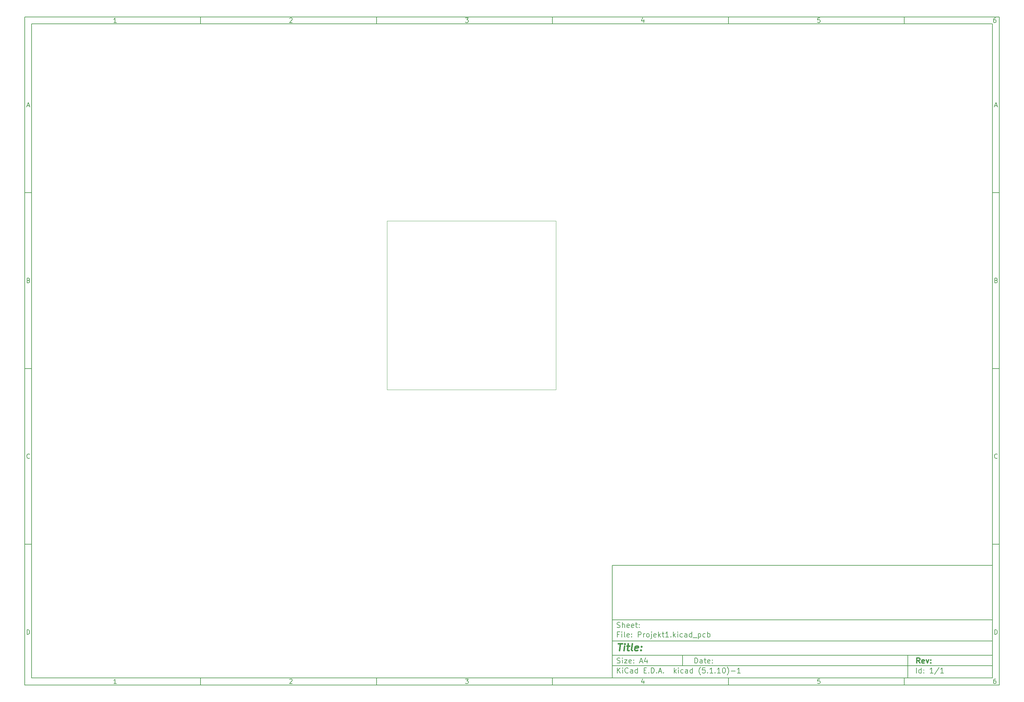
<source format=gbr>
%TF.GenerationSoftware,KiCad,Pcbnew,(5.1.10)-1*%
%TF.CreationDate,2021-11-12T10:04:19+01:00*%
%TF.ProjectId,Projekt1,50726f6a-656b-4743-912e-6b696361645f,rev?*%
%TF.SameCoordinates,Original*%
%TF.FileFunction,Profile,NP*%
%FSLAX46Y46*%
G04 Gerber Fmt 4.6, Leading zero omitted, Abs format (unit mm)*
G04 Created by KiCad (PCBNEW (5.1.10)-1) date 2021-11-12 10:04:19*
%MOMM*%
%LPD*%
G01*
G04 APERTURE LIST*
%ADD10C,0.100000*%
%ADD11C,0.150000*%
%ADD12C,0.300000*%
%ADD13C,0.400000*%
%TA.AperFunction,Profile*%
%ADD14C,0.050000*%
%TD*%
G04 APERTURE END LIST*
D10*
D11*
X177002200Y-166007200D02*
X177002200Y-198007200D01*
X285002200Y-198007200D01*
X285002200Y-166007200D01*
X177002200Y-166007200D01*
D10*
D11*
X10000000Y-10000000D02*
X10000000Y-200007200D01*
X287002200Y-200007200D01*
X287002200Y-10000000D01*
X10000000Y-10000000D01*
D10*
D11*
X12000000Y-12000000D02*
X12000000Y-198007200D01*
X285002200Y-198007200D01*
X285002200Y-12000000D01*
X12000000Y-12000000D01*
D10*
D11*
X60000000Y-12000000D02*
X60000000Y-10000000D01*
D10*
D11*
X110000000Y-12000000D02*
X110000000Y-10000000D01*
D10*
D11*
X160000000Y-12000000D02*
X160000000Y-10000000D01*
D10*
D11*
X210000000Y-12000000D02*
X210000000Y-10000000D01*
D10*
D11*
X260000000Y-12000000D02*
X260000000Y-10000000D01*
D10*
D11*
X36065476Y-11588095D02*
X35322619Y-11588095D01*
X35694047Y-11588095D02*
X35694047Y-10288095D01*
X35570238Y-10473809D01*
X35446428Y-10597619D01*
X35322619Y-10659523D01*
D10*
D11*
X85322619Y-10411904D02*
X85384523Y-10350000D01*
X85508333Y-10288095D01*
X85817857Y-10288095D01*
X85941666Y-10350000D01*
X86003571Y-10411904D01*
X86065476Y-10535714D01*
X86065476Y-10659523D01*
X86003571Y-10845238D01*
X85260714Y-11588095D01*
X86065476Y-11588095D01*
D10*
D11*
X135260714Y-10288095D02*
X136065476Y-10288095D01*
X135632142Y-10783333D01*
X135817857Y-10783333D01*
X135941666Y-10845238D01*
X136003571Y-10907142D01*
X136065476Y-11030952D01*
X136065476Y-11340476D01*
X136003571Y-11464285D01*
X135941666Y-11526190D01*
X135817857Y-11588095D01*
X135446428Y-11588095D01*
X135322619Y-11526190D01*
X135260714Y-11464285D01*
D10*
D11*
X185941666Y-10721428D02*
X185941666Y-11588095D01*
X185632142Y-10226190D02*
X185322619Y-11154761D01*
X186127380Y-11154761D01*
D10*
D11*
X236003571Y-10288095D02*
X235384523Y-10288095D01*
X235322619Y-10907142D01*
X235384523Y-10845238D01*
X235508333Y-10783333D01*
X235817857Y-10783333D01*
X235941666Y-10845238D01*
X236003571Y-10907142D01*
X236065476Y-11030952D01*
X236065476Y-11340476D01*
X236003571Y-11464285D01*
X235941666Y-11526190D01*
X235817857Y-11588095D01*
X235508333Y-11588095D01*
X235384523Y-11526190D01*
X235322619Y-11464285D01*
D10*
D11*
X285941666Y-10288095D02*
X285694047Y-10288095D01*
X285570238Y-10350000D01*
X285508333Y-10411904D01*
X285384523Y-10597619D01*
X285322619Y-10845238D01*
X285322619Y-11340476D01*
X285384523Y-11464285D01*
X285446428Y-11526190D01*
X285570238Y-11588095D01*
X285817857Y-11588095D01*
X285941666Y-11526190D01*
X286003571Y-11464285D01*
X286065476Y-11340476D01*
X286065476Y-11030952D01*
X286003571Y-10907142D01*
X285941666Y-10845238D01*
X285817857Y-10783333D01*
X285570238Y-10783333D01*
X285446428Y-10845238D01*
X285384523Y-10907142D01*
X285322619Y-11030952D01*
D10*
D11*
X60000000Y-198007200D02*
X60000000Y-200007200D01*
D10*
D11*
X110000000Y-198007200D02*
X110000000Y-200007200D01*
D10*
D11*
X160000000Y-198007200D02*
X160000000Y-200007200D01*
D10*
D11*
X210000000Y-198007200D02*
X210000000Y-200007200D01*
D10*
D11*
X260000000Y-198007200D02*
X260000000Y-200007200D01*
D10*
D11*
X36065476Y-199595295D02*
X35322619Y-199595295D01*
X35694047Y-199595295D02*
X35694047Y-198295295D01*
X35570238Y-198481009D01*
X35446428Y-198604819D01*
X35322619Y-198666723D01*
D10*
D11*
X85322619Y-198419104D02*
X85384523Y-198357200D01*
X85508333Y-198295295D01*
X85817857Y-198295295D01*
X85941666Y-198357200D01*
X86003571Y-198419104D01*
X86065476Y-198542914D01*
X86065476Y-198666723D01*
X86003571Y-198852438D01*
X85260714Y-199595295D01*
X86065476Y-199595295D01*
D10*
D11*
X135260714Y-198295295D02*
X136065476Y-198295295D01*
X135632142Y-198790533D01*
X135817857Y-198790533D01*
X135941666Y-198852438D01*
X136003571Y-198914342D01*
X136065476Y-199038152D01*
X136065476Y-199347676D01*
X136003571Y-199471485D01*
X135941666Y-199533390D01*
X135817857Y-199595295D01*
X135446428Y-199595295D01*
X135322619Y-199533390D01*
X135260714Y-199471485D01*
D10*
D11*
X185941666Y-198728628D02*
X185941666Y-199595295D01*
X185632142Y-198233390D02*
X185322619Y-199161961D01*
X186127380Y-199161961D01*
D10*
D11*
X236003571Y-198295295D02*
X235384523Y-198295295D01*
X235322619Y-198914342D01*
X235384523Y-198852438D01*
X235508333Y-198790533D01*
X235817857Y-198790533D01*
X235941666Y-198852438D01*
X236003571Y-198914342D01*
X236065476Y-199038152D01*
X236065476Y-199347676D01*
X236003571Y-199471485D01*
X235941666Y-199533390D01*
X235817857Y-199595295D01*
X235508333Y-199595295D01*
X235384523Y-199533390D01*
X235322619Y-199471485D01*
D10*
D11*
X285941666Y-198295295D02*
X285694047Y-198295295D01*
X285570238Y-198357200D01*
X285508333Y-198419104D01*
X285384523Y-198604819D01*
X285322619Y-198852438D01*
X285322619Y-199347676D01*
X285384523Y-199471485D01*
X285446428Y-199533390D01*
X285570238Y-199595295D01*
X285817857Y-199595295D01*
X285941666Y-199533390D01*
X286003571Y-199471485D01*
X286065476Y-199347676D01*
X286065476Y-199038152D01*
X286003571Y-198914342D01*
X285941666Y-198852438D01*
X285817857Y-198790533D01*
X285570238Y-198790533D01*
X285446428Y-198852438D01*
X285384523Y-198914342D01*
X285322619Y-199038152D01*
D10*
D11*
X10000000Y-60000000D02*
X12000000Y-60000000D01*
D10*
D11*
X10000000Y-110000000D02*
X12000000Y-110000000D01*
D10*
D11*
X10000000Y-160000000D02*
X12000000Y-160000000D01*
D10*
D11*
X10690476Y-35216666D02*
X11309523Y-35216666D01*
X10566666Y-35588095D02*
X11000000Y-34288095D01*
X11433333Y-35588095D01*
D10*
D11*
X11092857Y-84907142D02*
X11278571Y-84969047D01*
X11340476Y-85030952D01*
X11402380Y-85154761D01*
X11402380Y-85340476D01*
X11340476Y-85464285D01*
X11278571Y-85526190D01*
X11154761Y-85588095D01*
X10659523Y-85588095D01*
X10659523Y-84288095D01*
X11092857Y-84288095D01*
X11216666Y-84350000D01*
X11278571Y-84411904D01*
X11340476Y-84535714D01*
X11340476Y-84659523D01*
X11278571Y-84783333D01*
X11216666Y-84845238D01*
X11092857Y-84907142D01*
X10659523Y-84907142D01*
D10*
D11*
X11402380Y-135464285D02*
X11340476Y-135526190D01*
X11154761Y-135588095D01*
X11030952Y-135588095D01*
X10845238Y-135526190D01*
X10721428Y-135402380D01*
X10659523Y-135278571D01*
X10597619Y-135030952D01*
X10597619Y-134845238D01*
X10659523Y-134597619D01*
X10721428Y-134473809D01*
X10845238Y-134350000D01*
X11030952Y-134288095D01*
X11154761Y-134288095D01*
X11340476Y-134350000D01*
X11402380Y-134411904D01*
D10*
D11*
X10659523Y-185588095D02*
X10659523Y-184288095D01*
X10969047Y-184288095D01*
X11154761Y-184350000D01*
X11278571Y-184473809D01*
X11340476Y-184597619D01*
X11402380Y-184845238D01*
X11402380Y-185030952D01*
X11340476Y-185278571D01*
X11278571Y-185402380D01*
X11154761Y-185526190D01*
X10969047Y-185588095D01*
X10659523Y-185588095D01*
D10*
D11*
X287002200Y-60000000D02*
X285002200Y-60000000D01*
D10*
D11*
X287002200Y-110000000D02*
X285002200Y-110000000D01*
D10*
D11*
X287002200Y-160000000D02*
X285002200Y-160000000D01*
D10*
D11*
X285692676Y-35216666D02*
X286311723Y-35216666D01*
X285568866Y-35588095D02*
X286002200Y-34288095D01*
X286435533Y-35588095D01*
D10*
D11*
X286095057Y-84907142D02*
X286280771Y-84969047D01*
X286342676Y-85030952D01*
X286404580Y-85154761D01*
X286404580Y-85340476D01*
X286342676Y-85464285D01*
X286280771Y-85526190D01*
X286156961Y-85588095D01*
X285661723Y-85588095D01*
X285661723Y-84288095D01*
X286095057Y-84288095D01*
X286218866Y-84350000D01*
X286280771Y-84411904D01*
X286342676Y-84535714D01*
X286342676Y-84659523D01*
X286280771Y-84783333D01*
X286218866Y-84845238D01*
X286095057Y-84907142D01*
X285661723Y-84907142D01*
D10*
D11*
X286404580Y-135464285D02*
X286342676Y-135526190D01*
X286156961Y-135588095D01*
X286033152Y-135588095D01*
X285847438Y-135526190D01*
X285723628Y-135402380D01*
X285661723Y-135278571D01*
X285599819Y-135030952D01*
X285599819Y-134845238D01*
X285661723Y-134597619D01*
X285723628Y-134473809D01*
X285847438Y-134350000D01*
X286033152Y-134288095D01*
X286156961Y-134288095D01*
X286342676Y-134350000D01*
X286404580Y-134411904D01*
D10*
D11*
X285661723Y-185588095D02*
X285661723Y-184288095D01*
X285971247Y-184288095D01*
X286156961Y-184350000D01*
X286280771Y-184473809D01*
X286342676Y-184597619D01*
X286404580Y-184845238D01*
X286404580Y-185030952D01*
X286342676Y-185278571D01*
X286280771Y-185402380D01*
X286156961Y-185526190D01*
X285971247Y-185588095D01*
X285661723Y-185588095D01*
D10*
D11*
X200434342Y-193785771D02*
X200434342Y-192285771D01*
X200791485Y-192285771D01*
X201005771Y-192357200D01*
X201148628Y-192500057D01*
X201220057Y-192642914D01*
X201291485Y-192928628D01*
X201291485Y-193142914D01*
X201220057Y-193428628D01*
X201148628Y-193571485D01*
X201005771Y-193714342D01*
X200791485Y-193785771D01*
X200434342Y-193785771D01*
X202577200Y-193785771D02*
X202577200Y-193000057D01*
X202505771Y-192857200D01*
X202362914Y-192785771D01*
X202077200Y-192785771D01*
X201934342Y-192857200D01*
X202577200Y-193714342D02*
X202434342Y-193785771D01*
X202077200Y-193785771D01*
X201934342Y-193714342D01*
X201862914Y-193571485D01*
X201862914Y-193428628D01*
X201934342Y-193285771D01*
X202077200Y-193214342D01*
X202434342Y-193214342D01*
X202577200Y-193142914D01*
X203077200Y-192785771D02*
X203648628Y-192785771D01*
X203291485Y-192285771D02*
X203291485Y-193571485D01*
X203362914Y-193714342D01*
X203505771Y-193785771D01*
X203648628Y-193785771D01*
X204720057Y-193714342D02*
X204577200Y-193785771D01*
X204291485Y-193785771D01*
X204148628Y-193714342D01*
X204077200Y-193571485D01*
X204077200Y-193000057D01*
X204148628Y-192857200D01*
X204291485Y-192785771D01*
X204577200Y-192785771D01*
X204720057Y-192857200D01*
X204791485Y-193000057D01*
X204791485Y-193142914D01*
X204077200Y-193285771D01*
X205434342Y-193642914D02*
X205505771Y-193714342D01*
X205434342Y-193785771D01*
X205362914Y-193714342D01*
X205434342Y-193642914D01*
X205434342Y-193785771D01*
X205434342Y-192857200D02*
X205505771Y-192928628D01*
X205434342Y-193000057D01*
X205362914Y-192928628D01*
X205434342Y-192857200D01*
X205434342Y-193000057D01*
D10*
D11*
X177002200Y-194507200D02*
X285002200Y-194507200D01*
D10*
D11*
X178434342Y-196585771D02*
X178434342Y-195085771D01*
X179291485Y-196585771D02*
X178648628Y-195728628D01*
X179291485Y-195085771D02*
X178434342Y-195942914D01*
X179934342Y-196585771D02*
X179934342Y-195585771D01*
X179934342Y-195085771D02*
X179862914Y-195157200D01*
X179934342Y-195228628D01*
X180005771Y-195157200D01*
X179934342Y-195085771D01*
X179934342Y-195228628D01*
X181505771Y-196442914D02*
X181434342Y-196514342D01*
X181220057Y-196585771D01*
X181077200Y-196585771D01*
X180862914Y-196514342D01*
X180720057Y-196371485D01*
X180648628Y-196228628D01*
X180577200Y-195942914D01*
X180577200Y-195728628D01*
X180648628Y-195442914D01*
X180720057Y-195300057D01*
X180862914Y-195157200D01*
X181077200Y-195085771D01*
X181220057Y-195085771D01*
X181434342Y-195157200D01*
X181505771Y-195228628D01*
X182791485Y-196585771D02*
X182791485Y-195800057D01*
X182720057Y-195657200D01*
X182577200Y-195585771D01*
X182291485Y-195585771D01*
X182148628Y-195657200D01*
X182791485Y-196514342D02*
X182648628Y-196585771D01*
X182291485Y-196585771D01*
X182148628Y-196514342D01*
X182077200Y-196371485D01*
X182077200Y-196228628D01*
X182148628Y-196085771D01*
X182291485Y-196014342D01*
X182648628Y-196014342D01*
X182791485Y-195942914D01*
X184148628Y-196585771D02*
X184148628Y-195085771D01*
X184148628Y-196514342D02*
X184005771Y-196585771D01*
X183720057Y-196585771D01*
X183577200Y-196514342D01*
X183505771Y-196442914D01*
X183434342Y-196300057D01*
X183434342Y-195871485D01*
X183505771Y-195728628D01*
X183577200Y-195657200D01*
X183720057Y-195585771D01*
X184005771Y-195585771D01*
X184148628Y-195657200D01*
X186005771Y-195800057D02*
X186505771Y-195800057D01*
X186720057Y-196585771D02*
X186005771Y-196585771D01*
X186005771Y-195085771D01*
X186720057Y-195085771D01*
X187362914Y-196442914D02*
X187434342Y-196514342D01*
X187362914Y-196585771D01*
X187291485Y-196514342D01*
X187362914Y-196442914D01*
X187362914Y-196585771D01*
X188077200Y-196585771D02*
X188077200Y-195085771D01*
X188434342Y-195085771D01*
X188648628Y-195157200D01*
X188791485Y-195300057D01*
X188862914Y-195442914D01*
X188934342Y-195728628D01*
X188934342Y-195942914D01*
X188862914Y-196228628D01*
X188791485Y-196371485D01*
X188648628Y-196514342D01*
X188434342Y-196585771D01*
X188077200Y-196585771D01*
X189577200Y-196442914D02*
X189648628Y-196514342D01*
X189577200Y-196585771D01*
X189505771Y-196514342D01*
X189577200Y-196442914D01*
X189577200Y-196585771D01*
X190220057Y-196157200D02*
X190934342Y-196157200D01*
X190077200Y-196585771D02*
X190577200Y-195085771D01*
X191077200Y-196585771D01*
X191577200Y-196442914D02*
X191648628Y-196514342D01*
X191577200Y-196585771D01*
X191505771Y-196514342D01*
X191577200Y-196442914D01*
X191577200Y-196585771D01*
X194577200Y-196585771D02*
X194577200Y-195085771D01*
X194720057Y-196014342D02*
X195148628Y-196585771D01*
X195148628Y-195585771D02*
X194577200Y-196157200D01*
X195791485Y-196585771D02*
X195791485Y-195585771D01*
X195791485Y-195085771D02*
X195720057Y-195157200D01*
X195791485Y-195228628D01*
X195862914Y-195157200D01*
X195791485Y-195085771D01*
X195791485Y-195228628D01*
X197148628Y-196514342D02*
X197005771Y-196585771D01*
X196720057Y-196585771D01*
X196577200Y-196514342D01*
X196505771Y-196442914D01*
X196434342Y-196300057D01*
X196434342Y-195871485D01*
X196505771Y-195728628D01*
X196577200Y-195657200D01*
X196720057Y-195585771D01*
X197005771Y-195585771D01*
X197148628Y-195657200D01*
X198434342Y-196585771D02*
X198434342Y-195800057D01*
X198362914Y-195657200D01*
X198220057Y-195585771D01*
X197934342Y-195585771D01*
X197791485Y-195657200D01*
X198434342Y-196514342D02*
X198291485Y-196585771D01*
X197934342Y-196585771D01*
X197791485Y-196514342D01*
X197720057Y-196371485D01*
X197720057Y-196228628D01*
X197791485Y-196085771D01*
X197934342Y-196014342D01*
X198291485Y-196014342D01*
X198434342Y-195942914D01*
X199791485Y-196585771D02*
X199791485Y-195085771D01*
X199791485Y-196514342D02*
X199648628Y-196585771D01*
X199362914Y-196585771D01*
X199220057Y-196514342D01*
X199148628Y-196442914D01*
X199077200Y-196300057D01*
X199077200Y-195871485D01*
X199148628Y-195728628D01*
X199220057Y-195657200D01*
X199362914Y-195585771D01*
X199648628Y-195585771D01*
X199791485Y-195657200D01*
X202077200Y-197157200D02*
X202005771Y-197085771D01*
X201862914Y-196871485D01*
X201791485Y-196728628D01*
X201720057Y-196514342D01*
X201648628Y-196157200D01*
X201648628Y-195871485D01*
X201720057Y-195514342D01*
X201791485Y-195300057D01*
X201862914Y-195157200D01*
X202005771Y-194942914D01*
X202077200Y-194871485D01*
X203362914Y-195085771D02*
X202648628Y-195085771D01*
X202577200Y-195800057D01*
X202648628Y-195728628D01*
X202791485Y-195657200D01*
X203148628Y-195657200D01*
X203291485Y-195728628D01*
X203362914Y-195800057D01*
X203434342Y-195942914D01*
X203434342Y-196300057D01*
X203362914Y-196442914D01*
X203291485Y-196514342D01*
X203148628Y-196585771D01*
X202791485Y-196585771D01*
X202648628Y-196514342D01*
X202577200Y-196442914D01*
X204077200Y-196442914D02*
X204148628Y-196514342D01*
X204077200Y-196585771D01*
X204005771Y-196514342D01*
X204077200Y-196442914D01*
X204077200Y-196585771D01*
X205577200Y-196585771D02*
X204720057Y-196585771D01*
X205148628Y-196585771D02*
X205148628Y-195085771D01*
X205005771Y-195300057D01*
X204862914Y-195442914D01*
X204720057Y-195514342D01*
X206220057Y-196442914D02*
X206291485Y-196514342D01*
X206220057Y-196585771D01*
X206148628Y-196514342D01*
X206220057Y-196442914D01*
X206220057Y-196585771D01*
X207720057Y-196585771D02*
X206862914Y-196585771D01*
X207291485Y-196585771D02*
X207291485Y-195085771D01*
X207148628Y-195300057D01*
X207005771Y-195442914D01*
X206862914Y-195514342D01*
X208648628Y-195085771D02*
X208791485Y-195085771D01*
X208934342Y-195157200D01*
X209005771Y-195228628D01*
X209077200Y-195371485D01*
X209148628Y-195657200D01*
X209148628Y-196014342D01*
X209077200Y-196300057D01*
X209005771Y-196442914D01*
X208934342Y-196514342D01*
X208791485Y-196585771D01*
X208648628Y-196585771D01*
X208505771Y-196514342D01*
X208434342Y-196442914D01*
X208362914Y-196300057D01*
X208291485Y-196014342D01*
X208291485Y-195657200D01*
X208362914Y-195371485D01*
X208434342Y-195228628D01*
X208505771Y-195157200D01*
X208648628Y-195085771D01*
X209648628Y-197157200D02*
X209720057Y-197085771D01*
X209862914Y-196871485D01*
X209934342Y-196728628D01*
X210005771Y-196514342D01*
X210077200Y-196157200D01*
X210077200Y-195871485D01*
X210005771Y-195514342D01*
X209934342Y-195300057D01*
X209862914Y-195157200D01*
X209720057Y-194942914D01*
X209648628Y-194871485D01*
X210791485Y-196014342D02*
X211934342Y-196014342D01*
X213434342Y-196585771D02*
X212577200Y-196585771D01*
X213005771Y-196585771D02*
X213005771Y-195085771D01*
X212862914Y-195300057D01*
X212720057Y-195442914D01*
X212577200Y-195514342D01*
D10*
D11*
X177002200Y-191507200D02*
X285002200Y-191507200D01*
D10*
D12*
X264411485Y-193785771D02*
X263911485Y-193071485D01*
X263554342Y-193785771D02*
X263554342Y-192285771D01*
X264125771Y-192285771D01*
X264268628Y-192357200D01*
X264340057Y-192428628D01*
X264411485Y-192571485D01*
X264411485Y-192785771D01*
X264340057Y-192928628D01*
X264268628Y-193000057D01*
X264125771Y-193071485D01*
X263554342Y-193071485D01*
X265625771Y-193714342D02*
X265482914Y-193785771D01*
X265197200Y-193785771D01*
X265054342Y-193714342D01*
X264982914Y-193571485D01*
X264982914Y-193000057D01*
X265054342Y-192857200D01*
X265197200Y-192785771D01*
X265482914Y-192785771D01*
X265625771Y-192857200D01*
X265697200Y-193000057D01*
X265697200Y-193142914D01*
X264982914Y-193285771D01*
X266197200Y-192785771D02*
X266554342Y-193785771D01*
X266911485Y-192785771D01*
X267482914Y-193642914D02*
X267554342Y-193714342D01*
X267482914Y-193785771D01*
X267411485Y-193714342D01*
X267482914Y-193642914D01*
X267482914Y-193785771D01*
X267482914Y-192857200D02*
X267554342Y-192928628D01*
X267482914Y-193000057D01*
X267411485Y-192928628D01*
X267482914Y-192857200D01*
X267482914Y-193000057D01*
D10*
D11*
X178362914Y-193714342D02*
X178577200Y-193785771D01*
X178934342Y-193785771D01*
X179077200Y-193714342D01*
X179148628Y-193642914D01*
X179220057Y-193500057D01*
X179220057Y-193357200D01*
X179148628Y-193214342D01*
X179077200Y-193142914D01*
X178934342Y-193071485D01*
X178648628Y-193000057D01*
X178505771Y-192928628D01*
X178434342Y-192857200D01*
X178362914Y-192714342D01*
X178362914Y-192571485D01*
X178434342Y-192428628D01*
X178505771Y-192357200D01*
X178648628Y-192285771D01*
X179005771Y-192285771D01*
X179220057Y-192357200D01*
X179862914Y-193785771D02*
X179862914Y-192785771D01*
X179862914Y-192285771D02*
X179791485Y-192357200D01*
X179862914Y-192428628D01*
X179934342Y-192357200D01*
X179862914Y-192285771D01*
X179862914Y-192428628D01*
X180434342Y-192785771D02*
X181220057Y-192785771D01*
X180434342Y-193785771D01*
X181220057Y-193785771D01*
X182362914Y-193714342D02*
X182220057Y-193785771D01*
X181934342Y-193785771D01*
X181791485Y-193714342D01*
X181720057Y-193571485D01*
X181720057Y-193000057D01*
X181791485Y-192857200D01*
X181934342Y-192785771D01*
X182220057Y-192785771D01*
X182362914Y-192857200D01*
X182434342Y-193000057D01*
X182434342Y-193142914D01*
X181720057Y-193285771D01*
X183077200Y-193642914D02*
X183148628Y-193714342D01*
X183077200Y-193785771D01*
X183005771Y-193714342D01*
X183077200Y-193642914D01*
X183077200Y-193785771D01*
X183077200Y-192857200D02*
X183148628Y-192928628D01*
X183077200Y-193000057D01*
X183005771Y-192928628D01*
X183077200Y-192857200D01*
X183077200Y-193000057D01*
X184862914Y-193357200D02*
X185577200Y-193357200D01*
X184720057Y-193785771D02*
X185220057Y-192285771D01*
X185720057Y-193785771D01*
X186862914Y-192785771D02*
X186862914Y-193785771D01*
X186505771Y-192214342D02*
X186148628Y-193285771D01*
X187077200Y-193285771D01*
D10*
D11*
X263434342Y-196585771D02*
X263434342Y-195085771D01*
X264791485Y-196585771D02*
X264791485Y-195085771D01*
X264791485Y-196514342D02*
X264648628Y-196585771D01*
X264362914Y-196585771D01*
X264220057Y-196514342D01*
X264148628Y-196442914D01*
X264077200Y-196300057D01*
X264077200Y-195871485D01*
X264148628Y-195728628D01*
X264220057Y-195657200D01*
X264362914Y-195585771D01*
X264648628Y-195585771D01*
X264791485Y-195657200D01*
X265505771Y-196442914D02*
X265577200Y-196514342D01*
X265505771Y-196585771D01*
X265434342Y-196514342D01*
X265505771Y-196442914D01*
X265505771Y-196585771D01*
X265505771Y-195657200D02*
X265577200Y-195728628D01*
X265505771Y-195800057D01*
X265434342Y-195728628D01*
X265505771Y-195657200D01*
X265505771Y-195800057D01*
X268148628Y-196585771D02*
X267291485Y-196585771D01*
X267720057Y-196585771D02*
X267720057Y-195085771D01*
X267577200Y-195300057D01*
X267434342Y-195442914D01*
X267291485Y-195514342D01*
X269862914Y-195014342D02*
X268577200Y-196942914D01*
X271148628Y-196585771D02*
X270291485Y-196585771D01*
X270720057Y-196585771D02*
X270720057Y-195085771D01*
X270577200Y-195300057D01*
X270434342Y-195442914D01*
X270291485Y-195514342D01*
D10*
D11*
X177002200Y-187507200D02*
X285002200Y-187507200D01*
D10*
D13*
X178714580Y-188211961D02*
X179857438Y-188211961D01*
X179036009Y-190211961D02*
X179286009Y-188211961D01*
X180274104Y-190211961D02*
X180440771Y-188878628D01*
X180524104Y-188211961D02*
X180416961Y-188307200D01*
X180500295Y-188402438D01*
X180607438Y-188307200D01*
X180524104Y-188211961D01*
X180500295Y-188402438D01*
X181107438Y-188878628D02*
X181869342Y-188878628D01*
X181476485Y-188211961D02*
X181262200Y-189926247D01*
X181333628Y-190116723D01*
X181512200Y-190211961D01*
X181702676Y-190211961D01*
X182655057Y-190211961D02*
X182476485Y-190116723D01*
X182405057Y-189926247D01*
X182619342Y-188211961D01*
X184190771Y-190116723D02*
X183988390Y-190211961D01*
X183607438Y-190211961D01*
X183428866Y-190116723D01*
X183357438Y-189926247D01*
X183452676Y-189164342D01*
X183571723Y-188973866D01*
X183774104Y-188878628D01*
X184155057Y-188878628D01*
X184333628Y-188973866D01*
X184405057Y-189164342D01*
X184381247Y-189354819D01*
X183405057Y-189545295D01*
X185155057Y-190021485D02*
X185238390Y-190116723D01*
X185131247Y-190211961D01*
X185047914Y-190116723D01*
X185155057Y-190021485D01*
X185131247Y-190211961D01*
X185286009Y-188973866D02*
X185369342Y-189069104D01*
X185262200Y-189164342D01*
X185178866Y-189069104D01*
X185286009Y-188973866D01*
X185262200Y-189164342D01*
D10*
D11*
X178934342Y-185600057D02*
X178434342Y-185600057D01*
X178434342Y-186385771D02*
X178434342Y-184885771D01*
X179148628Y-184885771D01*
X179720057Y-186385771D02*
X179720057Y-185385771D01*
X179720057Y-184885771D02*
X179648628Y-184957200D01*
X179720057Y-185028628D01*
X179791485Y-184957200D01*
X179720057Y-184885771D01*
X179720057Y-185028628D01*
X180648628Y-186385771D02*
X180505771Y-186314342D01*
X180434342Y-186171485D01*
X180434342Y-184885771D01*
X181791485Y-186314342D02*
X181648628Y-186385771D01*
X181362914Y-186385771D01*
X181220057Y-186314342D01*
X181148628Y-186171485D01*
X181148628Y-185600057D01*
X181220057Y-185457200D01*
X181362914Y-185385771D01*
X181648628Y-185385771D01*
X181791485Y-185457200D01*
X181862914Y-185600057D01*
X181862914Y-185742914D01*
X181148628Y-185885771D01*
X182505771Y-186242914D02*
X182577200Y-186314342D01*
X182505771Y-186385771D01*
X182434342Y-186314342D01*
X182505771Y-186242914D01*
X182505771Y-186385771D01*
X182505771Y-185457200D02*
X182577200Y-185528628D01*
X182505771Y-185600057D01*
X182434342Y-185528628D01*
X182505771Y-185457200D01*
X182505771Y-185600057D01*
X184362914Y-186385771D02*
X184362914Y-184885771D01*
X184934342Y-184885771D01*
X185077200Y-184957200D01*
X185148628Y-185028628D01*
X185220057Y-185171485D01*
X185220057Y-185385771D01*
X185148628Y-185528628D01*
X185077200Y-185600057D01*
X184934342Y-185671485D01*
X184362914Y-185671485D01*
X185862914Y-186385771D02*
X185862914Y-185385771D01*
X185862914Y-185671485D02*
X185934342Y-185528628D01*
X186005771Y-185457200D01*
X186148628Y-185385771D01*
X186291485Y-185385771D01*
X187005771Y-186385771D02*
X186862914Y-186314342D01*
X186791485Y-186242914D01*
X186720057Y-186100057D01*
X186720057Y-185671485D01*
X186791485Y-185528628D01*
X186862914Y-185457200D01*
X187005771Y-185385771D01*
X187220057Y-185385771D01*
X187362914Y-185457200D01*
X187434342Y-185528628D01*
X187505771Y-185671485D01*
X187505771Y-186100057D01*
X187434342Y-186242914D01*
X187362914Y-186314342D01*
X187220057Y-186385771D01*
X187005771Y-186385771D01*
X188148628Y-185385771D02*
X188148628Y-186671485D01*
X188077200Y-186814342D01*
X187934342Y-186885771D01*
X187862914Y-186885771D01*
X188148628Y-184885771D02*
X188077200Y-184957200D01*
X188148628Y-185028628D01*
X188220057Y-184957200D01*
X188148628Y-184885771D01*
X188148628Y-185028628D01*
X189434342Y-186314342D02*
X189291485Y-186385771D01*
X189005771Y-186385771D01*
X188862914Y-186314342D01*
X188791485Y-186171485D01*
X188791485Y-185600057D01*
X188862914Y-185457200D01*
X189005771Y-185385771D01*
X189291485Y-185385771D01*
X189434342Y-185457200D01*
X189505771Y-185600057D01*
X189505771Y-185742914D01*
X188791485Y-185885771D01*
X190148628Y-186385771D02*
X190148628Y-184885771D01*
X190291485Y-185814342D02*
X190720057Y-186385771D01*
X190720057Y-185385771D02*
X190148628Y-185957200D01*
X191148628Y-185385771D02*
X191720057Y-185385771D01*
X191362914Y-184885771D02*
X191362914Y-186171485D01*
X191434342Y-186314342D01*
X191577200Y-186385771D01*
X191720057Y-186385771D01*
X193005771Y-186385771D02*
X192148628Y-186385771D01*
X192577200Y-186385771D02*
X192577200Y-184885771D01*
X192434342Y-185100057D01*
X192291485Y-185242914D01*
X192148628Y-185314342D01*
X193648628Y-186242914D02*
X193720057Y-186314342D01*
X193648628Y-186385771D01*
X193577200Y-186314342D01*
X193648628Y-186242914D01*
X193648628Y-186385771D01*
X194362914Y-186385771D02*
X194362914Y-184885771D01*
X194505771Y-185814342D02*
X194934342Y-186385771D01*
X194934342Y-185385771D02*
X194362914Y-185957200D01*
X195577200Y-186385771D02*
X195577200Y-185385771D01*
X195577200Y-184885771D02*
X195505771Y-184957200D01*
X195577200Y-185028628D01*
X195648628Y-184957200D01*
X195577200Y-184885771D01*
X195577200Y-185028628D01*
X196934342Y-186314342D02*
X196791485Y-186385771D01*
X196505771Y-186385771D01*
X196362914Y-186314342D01*
X196291485Y-186242914D01*
X196220057Y-186100057D01*
X196220057Y-185671485D01*
X196291485Y-185528628D01*
X196362914Y-185457200D01*
X196505771Y-185385771D01*
X196791485Y-185385771D01*
X196934342Y-185457200D01*
X198220057Y-186385771D02*
X198220057Y-185600057D01*
X198148628Y-185457200D01*
X198005771Y-185385771D01*
X197720057Y-185385771D01*
X197577200Y-185457200D01*
X198220057Y-186314342D02*
X198077200Y-186385771D01*
X197720057Y-186385771D01*
X197577200Y-186314342D01*
X197505771Y-186171485D01*
X197505771Y-186028628D01*
X197577200Y-185885771D01*
X197720057Y-185814342D01*
X198077200Y-185814342D01*
X198220057Y-185742914D01*
X199577200Y-186385771D02*
X199577200Y-184885771D01*
X199577200Y-186314342D02*
X199434342Y-186385771D01*
X199148628Y-186385771D01*
X199005771Y-186314342D01*
X198934342Y-186242914D01*
X198862914Y-186100057D01*
X198862914Y-185671485D01*
X198934342Y-185528628D01*
X199005771Y-185457200D01*
X199148628Y-185385771D01*
X199434342Y-185385771D01*
X199577200Y-185457200D01*
X199934342Y-186528628D02*
X201077200Y-186528628D01*
X201434342Y-185385771D02*
X201434342Y-186885771D01*
X201434342Y-185457200D02*
X201577200Y-185385771D01*
X201862914Y-185385771D01*
X202005771Y-185457200D01*
X202077200Y-185528628D01*
X202148628Y-185671485D01*
X202148628Y-186100057D01*
X202077200Y-186242914D01*
X202005771Y-186314342D01*
X201862914Y-186385771D01*
X201577200Y-186385771D01*
X201434342Y-186314342D01*
X203434342Y-186314342D02*
X203291485Y-186385771D01*
X203005771Y-186385771D01*
X202862914Y-186314342D01*
X202791485Y-186242914D01*
X202720057Y-186100057D01*
X202720057Y-185671485D01*
X202791485Y-185528628D01*
X202862914Y-185457200D01*
X203005771Y-185385771D01*
X203291485Y-185385771D01*
X203434342Y-185457200D01*
X204077200Y-186385771D02*
X204077200Y-184885771D01*
X204077200Y-185457200D02*
X204220057Y-185385771D01*
X204505771Y-185385771D01*
X204648628Y-185457200D01*
X204720057Y-185528628D01*
X204791485Y-185671485D01*
X204791485Y-186100057D01*
X204720057Y-186242914D01*
X204648628Y-186314342D01*
X204505771Y-186385771D01*
X204220057Y-186385771D01*
X204077200Y-186314342D01*
D10*
D11*
X177002200Y-181507200D02*
X285002200Y-181507200D01*
D10*
D11*
X178362914Y-183614342D02*
X178577200Y-183685771D01*
X178934342Y-183685771D01*
X179077200Y-183614342D01*
X179148628Y-183542914D01*
X179220057Y-183400057D01*
X179220057Y-183257200D01*
X179148628Y-183114342D01*
X179077200Y-183042914D01*
X178934342Y-182971485D01*
X178648628Y-182900057D01*
X178505771Y-182828628D01*
X178434342Y-182757200D01*
X178362914Y-182614342D01*
X178362914Y-182471485D01*
X178434342Y-182328628D01*
X178505771Y-182257200D01*
X178648628Y-182185771D01*
X179005771Y-182185771D01*
X179220057Y-182257200D01*
X179862914Y-183685771D02*
X179862914Y-182185771D01*
X180505771Y-183685771D02*
X180505771Y-182900057D01*
X180434342Y-182757200D01*
X180291485Y-182685771D01*
X180077200Y-182685771D01*
X179934342Y-182757200D01*
X179862914Y-182828628D01*
X181791485Y-183614342D02*
X181648628Y-183685771D01*
X181362914Y-183685771D01*
X181220057Y-183614342D01*
X181148628Y-183471485D01*
X181148628Y-182900057D01*
X181220057Y-182757200D01*
X181362914Y-182685771D01*
X181648628Y-182685771D01*
X181791485Y-182757200D01*
X181862914Y-182900057D01*
X181862914Y-183042914D01*
X181148628Y-183185771D01*
X183077200Y-183614342D02*
X182934342Y-183685771D01*
X182648628Y-183685771D01*
X182505771Y-183614342D01*
X182434342Y-183471485D01*
X182434342Y-182900057D01*
X182505771Y-182757200D01*
X182648628Y-182685771D01*
X182934342Y-182685771D01*
X183077200Y-182757200D01*
X183148628Y-182900057D01*
X183148628Y-183042914D01*
X182434342Y-183185771D01*
X183577200Y-182685771D02*
X184148628Y-182685771D01*
X183791485Y-182185771D02*
X183791485Y-183471485D01*
X183862914Y-183614342D01*
X184005771Y-183685771D01*
X184148628Y-183685771D01*
X184648628Y-183542914D02*
X184720057Y-183614342D01*
X184648628Y-183685771D01*
X184577200Y-183614342D01*
X184648628Y-183542914D01*
X184648628Y-183685771D01*
X184648628Y-182757200D02*
X184720057Y-182828628D01*
X184648628Y-182900057D01*
X184577200Y-182828628D01*
X184648628Y-182757200D01*
X184648628Y-182900057D01*
D10*
D11*
X197002200Y-191507200D02*
X197002200Y-194507200D01*
D10*
D11*
X261002200Y-191507200D02*
X261002200Y-198007200D01*
D14*
X161000000Y-68000000D02*
X161000000Y-116000000D01*
X113000000Y-68000000D02*
X161000000Y-68000000D01*
X113000000Y-116000000D02*
X113000000Y-68000000D01*
X161000000Y-116000000D02*
X113000000Y-116000000D01*
M02*

</source>
